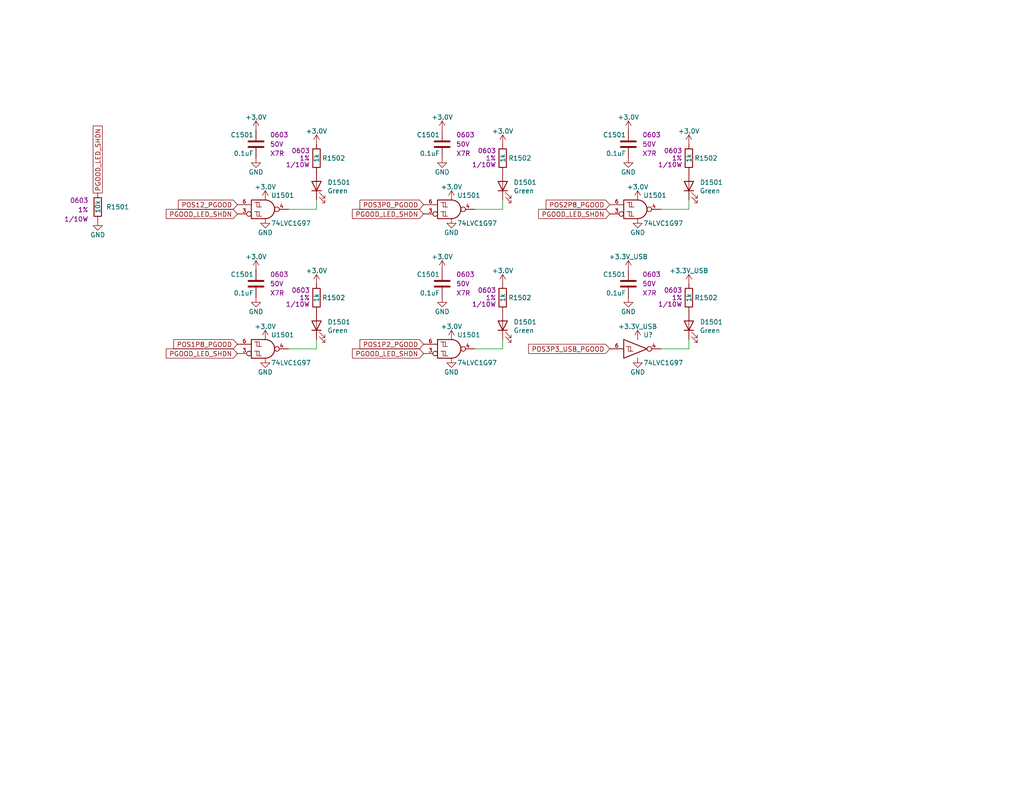
<source format=kicad_sch>
(kicad_sch (version 20230121) (generator eeschema)
  (paper "A")
  (title_block (title "Thermal Camera") (date "2023-12-07") (rev "PRELIM") (company "Drew Maatman and Michael Laffin"))
  (lib_symbols
    (symbol "Custom Library:+3.0V" (power) (pin_names (offset 0))
      (property "Value" "+3.0V" (at 0 3.556 0))
      (symbol "+3.0V_0_1"
        (polyline (pts (xy -0.762 1.27) (xy 0 2.54)))
        (polyline (pts (xy 0 0) (xy 0 2.54)))
        (polyline (pts (xy 0 2.54) (xy 0.762 1.27)))
      )
      (symbol "+3.0V_1_1"
        (pin power_in line (at 0 0 90) (length 0) hide (name "+3.0V") (number "1"))
      )
    )
    (symbol "Custom Library:+3.3V_USB" (power) (pin_names (offset 0))
      (property "Value" "+3.3V_USB" (at 0 3.556 0))
      (symbol "+3.3V_USB_0_1"
        (polyline (pts (xy -0.762 1.27) (xy 0 2.54)))
        (polyline (pts (xy 0 0) (xy 0 2.54)))
        (polyline (pts (xy 0 2.54) (xy 0.762 1.27)))
      )
      (symbol "+3.3V_USB_1_1"
        (pin power_in line (at 0 0 90) (length 0) hide (name "+3.3V_USB") (number "1"))
      )
    )
    (symbol "Custom Library:74LVC1G97_Power_NOT" (pin_names (offset 1.016) hide)
      (property "Reference" "U" (at 1.524 3.81 0))
      (property "Value" "74LVC1G97_Power_NOT" (at 1.524 -3.81 0))
      (symbol "74LVC1G97_Power_NOT_1_1"
        (polyline (pts (xy -2.54 0.635) (xy -1.905 0.635) (xy -1.905 -0.635)))
        (polyline (pts (xy -3.81 2.54) (xy -3.81 -2.54) (xy 2.54 0) (xy -3.81 2.54)) (stroke (width 0.254)))
        (polyline (pts (xy -3.175 0.635) (xy -2.54 0.635) (xy -2.54 -0.635) (xy -1.27 -0.635)))
        (pin power_in line (at 0 2.54 90) (length 0) (name "VCC") (number "1"))
        (pin power_in line (at 0 -2.54 270) (length 0) (name "GND") (number "2"))
        (pin power_in line (at 0 -2.54 270) (length 0) (name "GND") (number "3"))
        (pin output inverted (at 6.35 0 180) (length 3.81) (name "~") (number "4"))
        (pin power_in line (at 0 2.54 90) (length 0) (name "VCC") (number "5"))
        (pin input line (at -7.62 0 0) (length 3.81) (name "~") (number "6"))
      )
    )
    (symbol "Custom_Library:74LVC1G97_Power_NAND_INV" (pin_names (offset 1.016) hide)
      (property "Reference" "U" (at 1.524 3.81 0))
      (property "Value" "Custom_Library_74LVC1G97_Power_NAND_INV" (at 1.524 -3.81 0))
      (symbol "74LVC1G97_Power_NAND_INV_1_1"
        (arc (start 0 -2.54) (mid 2.529 0) (end 0 2.54) (stroke (width 0.254)))
        (polyline (pts (xy -2.286 -0.635) (xy -1.651 -0.635) (xy -1.651 -1.905)))
        (polyline (pts (xy -2.286 1.905) (xy -1.651 1.905) (xy -1.651 0.635)))
        (polyline (pts (xy -2.921 -0.635) (xy -2.286 -0.635) (xy -2.286 -1.905) (xy -1.016 -1.905)))
        (polyline (pts (xy -2.921 1.905) (xy -2.286 1.905) (xy -2.286 0.635) (xy -1.016 0.635)))
        (polyline (pts (xy 0 -2.54) (xy -3.81 -2.54) (xy -3.81 2.54) (xy 0 2.54)) (stroke (width 0.254)))
        (pin power_in line (at 0 2.54 90) (length 0) (name "VCC") (number "1"))
        (pin power_in line (at 0 -2.54 270) (length 0) (name "GND") (number "2"))
        (pin input inverted (at -7.62 -1.27 0) (length 3.81) (name "~") (number "3"))
        (pin output inverted (at 6.35 0 180) (length 3.81) (name "~") (number "4"))
        (pin power_in line (at 0 2.54 90) (length 0) (name "VCC") (number "5"))
        (pin input line (at -7.62 1.27 0) (length 3.81) (name "~") (number "6"))
      )
    )
    (symbol "Custom_Library:C_Custom" (pin_numbers hide) (pin_names (offset 0.254))
      (property "Reference" "C" (at 0.635 2.54 0))
      (property "Value" "Custom_Library_C_Custom" (at 0.635 -2.54 0))
      (property "display_footprint" "Foot" (at -3.81 2.54 0))
      (property "Voltage" "V" (at -3.81 0 0))
      (property "Dielectric" "Er" (at -3.81 -2.54 0))
      (symbol "C_Custom_0_1"
        (polyline (pts (xy -2.032 -0.762) (xy 2.032 -0.762)) (stroke (width 0.508)))
        (polyline (pts (xy -2.032 0.762) (xy 2.032 0.762)) (stroke (width 0.508)))
      )
      (symbol "C_Custom_1_1"
        (pin passive line (at 0 3.81 270) (length 2.794) (name "~") (number "1"))
        (pin passive line (at 0 -3.81 90) (length 2.794) (name "~") (number "2"))
      )
    )
    (symbol "Custom_Library:R_Custom" (pin_numbers hide) (pin_names (offset 1.016) hide)
      (property "Reference" "R" (at -2.54 0 90))
      (property "Value" "Custom_Library_R_Custom" (at 0 0 90))
      (property "display_footprint" "Foot" (at 2.54 0 90))
      (property "Tolerance" "Tol" (at 5.08 0 90))
      (property "Wattage" "W" (at 7.62 0 90))
      (symbol "R_Custom_0_1"
        (rectangle (start 1.016 2.54) (end -1.016 -2.54) (stroke (width 0.254)))
      )
      (symbol "R_Custom_1_1"
        (pin passive line (at 0 3.81 270) (length 1.27) (name "1") (number "1"))
        (pin passive line (at 0 -3.81 90) (length 1.27) (name "2") (number "2"))
      )
    )
    (symbol "Device:LED" (pin_numbers hide) (pin_names (offset 1.016) hide)
      (property "Reference" "D" (at 0 2.54 0))
      (property "Value" "LED" (at 0 -2.54 0))
      (symbol "LED_0_1"
        (polyline (pts (xy -1.27 -1.27) (xy -1.27 1.27)) (stroke (width 0.254)))
        (polyline (pts (xy -1.27 0) (xy 1.27 0)))
        (polyline (pts (xy 1.27 -1.27) (xy 1.27 1.27) (xy -1.27 0) (xy 1.27 -1.27)) (stroke (width 0.254)))
        (polyline (pts (xy -3.048 -0.762) (xy -4.572 -2.286) (xy -3.81 -2.286) (xy -4.572 -2.286) (xy -4.572 -1.524)))
        (polyline (pts (xy -1.778 -0.762) (xy -3.302 -2.286) (xy -2.54 -2.286) (xy -3.302 -2.286) (xy -3.302 -1.524)))
      )
      (symbol "LED_1_1"
        (pin passive line (at -3.81 0 0) (length 2.54) (name "K") (number "1"))
        (pin passive line (at 3.81 0 180) (length 2.54) (name "A") (number "2"))
      )
    )
    (symbol "power:GND" (power) (pin_names (offset 0))
      (property "Value" "GND" (at 0 -3.81 0))
      (symbol "GND_0_1"
        (polyline (pts (xy 0 0) (xy 0 -1.27) (xy 1.27 -1.27) (xy 0 -2.54) (xy -1.27 -1.27) (xy 0 -1.27)))
      )
      (symbol "GND_1_1"
        (pin power_in line (at 0 0 270) (length 0) hide (name "GND") (number "1"))
      )
    )
  )
  (wire (pts (xy 86.36 95.25) (xy 86.36 92.71)))
  (wire (pts (xy 129.54 95.25) (xy 137.16 95.25)))
  (wire (pts (xy 78.74 57.15) (xy 86.36 57.15)))
  (wire (pts (xy 180.34 95.25) (xy 187.96 95.25)))
  (wire (pts (xy 129.54 57.15) (xy 137.16 57.15)))
  (wire (pts (xy 180.34 57.15) (xy 187.96 57.15)))
  (wire (pts (xy 187.96 95.25) (xy 187.96 92.71)))
  (wire (pts (xy 137.16 95.25) (xy 137.16 92.71)))
  (wire (pts (xy 137.16 57.15) (xy 137.16 54.61)))
  (wire (pts (xy 86.36 57.15) (xy 86.36 54.61)))
  (wire (pts (xy 78.74 95.25) (xy 86.36 95.25)))
  (wire (pts (xy 187.96 57.15) (xy 187.96 54.61)))
  (global_label "PGOOD_LED_SHDN" (shape input) (at 64.77 58.42 180) (property "Intersheetrefs" "${INTERSHEET_REFS}" (effects hide)))
  (global_label "PGOOD_LED_SHDN" (shape input) (at 64.77 96.52 180) (property "Intersheetrefs" "${INTERSHEET_REFS}" (effects hide)))
  (global_label "PGOOD_LED_SHDN" (shape passive) (at 26.67 52.705 90) (property "Intersheetrefs" "${INTERSHEET_REFS}" (effects hide)))
  (global_label "POS1P2_PGOOD" (shape input) (at 115.57 93.98 180) (property "Intersheetrefs" "${INTERSHEET_REFS}" (effects hide)))
  (global_label "POS3P0_PGOOD" (shape input) (at 115.57 55.88 180) (property "Intersheetrefs" "${INTERSHEET_REFS}" (effects hide)))
  (global_label "POS3P3_USB_PGOOD" (shape input) (at 166.37 95.25 180) (property "Intersheetrefs" "${INTERSHEET_REFS}" (effects hide)))
  (global_label "PGOOD_LED_SHDN" (shape input) (at 166.37 58.42 180) (property "Intersheetrefs" "${INTERSHEET_REFS}" (effects hide)))
  (global_label "POS12_PGOOD" (shape input) (at 64.77 55.88 180) (property "Intersheetrefs" "${INTERSHEET_REFS}" (effects hide)))
  (global_label "POS2P8_PGOOD" (shape input) (at 166.37 55.88 180) (property "Intersheetrefs" "${INTERSHEET_REFS}" (effects hide)))
  (global_label "PGOOD_LED_SHDN" (shape input) (at 115.57 96.52 180) (property "Intersheetrefs" "${INTERSHEET_REFS}" (effects hide)))
  (global_label "PGOOD_LED_SHDN" (shape input) (at 115.57 58.42 180) (property "Intersheetrefs" "${INTERSHEET_REFS}" (effects hide)))
  (global_label "POS1P8_PGOOD" (shape input) (at 64.77 93.98 180) (property "Intersheetrefs" "${INTERSHEET_REFS}" (effects hide)))
  (symbol (lib_id "power:GND") (at 120.65 43.18 0) (unit 1)
    (property "Reference" "#PWR01508" (effects hide))
    (property "Value" "GND" (at 120.65 46.99 0))
    (instances (project "Nixie_Clock_Core" (path "" (reference "#PWR01508") (unit 1))) (project "LED_Panel_Controller" (path "" (reference "#PWR?") (unit 1)) (path "" (reference "#PWR?") (unit 1)) (path "" (reference "#PWR?") (unit 1)) (path "" (reference "#PWR?") (unit 1))) (project "Thermal_Camera" (path "" (reference "#PWR02715") (unit 1))))
  )
  (symbol (lib_id "power:GND") (at 173.99 59.69 0) (unit 1)
    (property "Reference" "#PWR01512" (effects hide))
    (property "Value" "GND" (at 173.99 63.5 0))
    (instances (project "Nixie_Clock_Core" (path "" (reference "#PWR01512") (unit 1))) (project "LED_Panel_Controller" (path "" (reference "#PWR?") (unit 1)) (path "" (reference "#PWR?") (unit 1)) (path "" (reference "#PWR?") (unit 1)) (path "" (reference "#PWR?") (unit 1))) (project "Thermal_Camera" (path "" (reference "#PWR02722") (unit 1))))
  )
  (symbol (lib_id "Custom_Library:R_Custom") (at 187.96 43.18 0) (mirror y) (unit 1)
    (property "Reference" "R1502" (at 189.484 43.18 0) (effects (justify right)))
    (property "Value" "1k" (at 187.96 43.18 90))
    (property "Footprint" "Resistors_SMD:R_0603" (effects hide))
    (property "display_footprint" "0603" (at 186.182 41.148 0) (effects (justify left)))
    (property "Tolerance" "1%" (at 186.182 43.18 0) (effects (justify left)))
    (property "Wattage" "1/10W" (at 186.182 44.958 0) (effects (justify left)))
    (property "Digi-Key PN" "541-1.00KHCT-ND" (effects hide))
    (instances (project "Nixie_Clock_Core" (path "" (reference "R1502") (unit 1))) (project "LED_Panel_Controller" (path "" (reference "R?") (unit 1)) (path "" (reference "R?") (unit 1)) (path "" (reference "R?") (unit 1)) (path "" (reference "R?") (unit 1)) (path "" (reference "R?") (unit 1)) (path "" (reference "R?") (unit 1)) (path "" (reference "R?") (unit 1)) (path "" (reference "R?") (unit 1)) (path "" (reference "R?") (unit 1)) (path "" (reference "R?") (unit 1))) (project "Thermal_Camera" (path "" (reference "R?") (unit 1))))
  )
  (symbol (lib_id "Custom_Library:74LVC1G97_Power_NAND_INV") (at 72.39 95.25 0) (unit 1)
    (property "Reference" "U1501" (at 73.914 91.44 0) (effects (justify left)))
    (property "Value" "74LVC1G97" (at 73.914 99.06 0) (effects (justify left)))
    (property "Footprint" "Package_TO_SOT_SMD:SOT-363_SC-70-6" (effects hide))
    (property "Datasheet" "http://www.ti.com/lit/ds/symlink/sn74lvc1g97.pdf" (effects hide))
    (property "Digi-Key PN" "296-15582-1-ND" (effects hide))
    (instances (project "Nixie_Clock_Core" (path "" (reference "U1501") (unit 1))) (project "LED_Panel_Controller" (path "" (reference "U?") (unit 1))) (project "Thermal_Camera" (path "" (reference "U?") (unit 1))))
  )
  (symbol (lib_id "power:GND") (at 171.45 81.28 0) (unit 1)
    (property "Reference" "#PWR01508" (effects hide))
    (property "Value" "GND" (at 171.45 85.09 0))
    (instances (project "Nixie_Clock_Core" (path "" (reference "#PWR01508") (unit 1))) (project "LED_Panel_Controller" (path "" (reference "#PWR?") (unit 1)) (path "" (reference "#PWR?") (unit 1)) (path "" (reference "#PWR?") (unit 1)) (path "" (reference "#PWR?") (unit 1))) (project "Thermal_Camera" (path "" (reference "#PWR02735") (unit 1))))
  )
  (symbol (lib_id "Custom Library:74LVC1G97_Power_NOT") (at 173.99 95.25 0) (unit 1)
    (property "Reference" "U?" (at 175.514 91.44 0) (effects (justify left)))
    (property "Value" "74LVC1G97" (at 175.514 99.06 0) (effects (justify left)))
    (property "Footprint" "Package_TO_SOT_SMD:SOT-363_SC-70-6" (effects hide))
    (property "Datasheet" "http://www.ti.com/lit/ds/symlink/sn74lvc1g97.pdf" (effects hide))
  )
  (symbol (lib_id "Custom_Library:R_Custom") (at 137.16 81.28 0) (mirror y) (unit 1)
    (property "Reference" "R1502" (at 138.684 81.28 0) (effects (justify right)))
    (property "Value" "1k" (at 137.16 81.28 90))
    (property "Footprint" "Resistors_SMD:R_0603" (effects hide))
    (property "display_footprint" "0603" (at 135.382 79.248 0) (effects (justify left)))
    (property "Tolerance" "1%" (at 135.382 81.28 0) (effects (justify left)))
    (property "Wattage" "1/10W" (at 135.382 83.058 0) (effects (justify left)))
    (property "Digi-Key PN" "541-1.00KHCT-ND" (effects hide))
    (instances (project "Nixie_Clock_Core" (path "" (reference "R1502") (unit 1))) (project "LED_Panel_Controller" (path "" (reference "R?") (unit 1)) (path "" (reference "R?") (unit 1)) (path "" (reference "R?") (unit 1)) (path "" (reference "R?") (unit 1)) (path "" (reference "R?") (unit 1)) (path "" (reference "R?") (unit 1)) (path "" (reference "R?") (unit 1)) (path "" (reference "R?") (unit 1)) (path "" (reference "R?") (unit 1)) (path "" (reference "R?") (unit 1))) (project "Thermal_Camera" (path "" (reference "R?") (unit 1))))
  )
  (symbol (lib_id "Custom Library:+3.0V") (at 72.39 54.61 0) (unit 1)
    (property "Reference" "#PWR02603" (effects hide))
    (property "Value" "+3.0V" (at 72.39 51.054 0))
  )
  (symbol (lib_id "Custom_Library:C_Custom") (at 120.65 39.37 0) (mirror y) (unit 1)
    (property "Reference" "C1501" (at 120.015 36.83 0) (effects (justify left)))
    (property "Value" "0.1uF" (at 120.015 41.91 0) (effects (justify left)))
    (property "Footprint" "Capacitors_SMD:C_0603" (effects hide))
    (property "Digi-Key PN" "1276-1935-1-ND" (effects hide))
    (property "display_footprint" "0603" (at 124.46 36.83 0) (effects (justify right)))
    (property "Voltage" "50V" (at 124.46 39.37 0) (effects (justify right)))
    (property "Dielectric" "X7R" (at 124.46 41.91 0) (effects (justify right)))
    (instances (project "Nixie_Clock_Core" (path "" (reference "C1501") (unit 1))) (project "LED_Panel_Controller" (path "" (reference "C?") (unit 1)) (path "" (reference "C?") (unit 1)) (path "" (reference "C?") (unit 1)) (path "" (reference "C?") (unit 1)) (path "" (reference "C?") (unit 1)) (path "" (reference "C?") (unit 1)) (path "" (reference "C?") (unit 1)) (path "" (reference "C?") (unit 1))) (project "Thermal_Camera" (path "" (reference "C?") (unit 1))))
  )
  (symbol (lib_id "Device:LED") (at 137.16 88.9 90) (unit 1)
    (property "Reference" "D1501" (at 140.1318 87.9094 90) (effects (justify right)))
    (property "Value" "Green" (at 140.1318 90.2208 90) (effects (justify right)))
    (property "Footprint" "LEDs:LED_0603" (effects hide))
    (property "Digi-Key PN" "754-1121-1-ND" (effects hide))
    (instances (project "Nixie_Clock_Core" (path "" (reference "D1501") (unit 1))) (project "LED_Panel_Controller" (path "" (reference "D?") (unit 1)) (path "" (reference "D?") (unit 1)) (path "" (reference "D?") (unit 1)) (path "" (reference "D?") (unit 1)) (path "" (reference "D?") (unit 1)) (path "" (reference "D?") (unit 1)) (path "" (reference "D?") (unit 1)) (path "" (reference "D?") (unit 1))) (project "Thermal_Camera" (path "" (reference "D?") (unit 1))))
  )
  (symbol (lib_id "Custom_Library:R_Custom") (at 86.36 81.28 0) (mirror y) (unit 1)
    (property "Reference" "R1502" (at 87.884 81.28 0) (effects (justify right)))
    (property "Value" "1k" (at 86.36 81.28 90))
    (property "Footprint" "Resistors_SMD:R_0603" (effects hide))
    (property "display_footprint" "0603" (at 84.582 79.248 0) (effects (justify left)))
    (property "Tolerance" "1%" (at 84.582 81.28 0) (effects (justify left)))
    (property "Wattage" "1/10W" (at 84.582 83.058 0) (effects (justify left)))
    (property "Digi-Key PN" "541-1.00KHCT-ND" (effects hide))
    (instances (project "Nixie_Clock_Core" (path "" (reference "R1502") (unit 1))) (project "LED_Panel_Controller" (path "" (reference "R?") (unit 1)) (path "" (reference "R?") (unit 1)) (path "" (reference "R?") (unit 1)) (path "" (reference "R?") (unit 1)) (path "" (reference "R?") (unit 1)) (path "" (reference "R?") (unit 1)) (path "" (reference "R?") (unit 1)) (path "" (reference "R?") (unit 1)) (path "" (reference "R?") (unit 1)) (path "" (reference "R?") (unit 1))) (project "Thermal_Camera" (path "" (reference "R?") (unit 1))))
  )
  (symbol (lib_id "Custom_Library:C_Custom") (at 120.65 77.47 0) (mirror y) (unit 1)
    (property "Reference" "C1501" (at 120.015 74.93 0) (effects (justify left)))
    (property "Value" "0.1uF" (at 120.015 80.01 0) (effects (justify left)))
    (property "Footprint" "Capacitors_SMD:C_0603" (effects hide))
    (property "Digi-Key PN" "1276-1935-1-ND" (effects hide))
    (property "display_footprint" "0603" (at 124.46 74.93 0) (effects (justify right)))
    (property "Voltage" "50V" (at 124.46 77.47 0) (effects (justify right)))
    (property "Dielectric" "X7R" (at 124.46 80.01 0) (effects (justify right)))
    (instances (project "Nixie_Clock_Core" (path "" (reference "C1501") (unit 1))) (project "LED_Panel_Controller" (path "" (reference "C?") (unit 1)) (path "" (reference "C?") (unit 1)) (path "" (reference "C?") (unit 1)) (path "" (reference "C?") (unit 1)) (path "" (reference "C?") (unit 1)) (path "" (reference "C?") (unit 1)) (path "" (reference "C?") (unit 1)) (path "" (reference "C?") (unit 1))) (project "Thermal_Camera" (path "" (reference "C?") (unit 1))))
  )
  (symbol (lib_id "Device:LED") (at 187.96 50.8 90) (unit 1)
    (property "Reference" "D1501" (at 190.9318 49.8094 90) (effects (justify right)))
    (property "Value" "Green" (at 190.9318 52.1208 90) (effects (justify right)))
    (property "Footprint" "LEDs:LED_0603" (effects hide))
    (property "Digi-Key PN" "754-1121-1-ND" (effects hide))
    (instances (project "Nixie_Clock_Core" (path "" (reference "D1501") (unit 1))) (project "LED_Panel_Controller" (path "" (reference "D?") (unit 1)) (path "" (reference "D?") (unit 1)) (path "" (reference "D?") (unit 1)) (path "" (reference "D?") (unit 1)) (path "" (reference "D?") (unit 1)) (path "" (reference "D?") (unit 1)) (path "" (reference "D?") (unit 1)) (path "" (reference "D?") (unit 1))) (project "Thermal_Camera" (path "" (reference "D?") (unit 1))))
  )
  (symbol (lib_id "power:GND") (at 120.65 81.28 0) (unit 1)
    (property "Reference" "#PWR01508" (effects hide))
    (property "Value" "GND" (at 120.65 85.09 0))
    (instances (project "Nixie_Clock_Core" (path "" (reference "#PWR01508") (unit 1))) (project "LED_Panel_Controller" (path "" (reference "#PWR?") (unit 1)) (path "" (reference "#PWR?") (unit 1)) (path "" (reference "#PWR?") (unit 1)) (path "" (reference "#PWR?") (unit 1))) (project "Thermal_Camera" (path "" (reference "#PWR02730") (unit 1))))
  )
  (symbol (lib_id "Custom Library:+3.0V") (at 86.36 39.37 0) (unit 1)
    (property "Reference" "#PWR02602" (effects hide))
    (property "Value" "+3.0V" (at 86.36 35.814 0))
  )
  (symbol (lib_id "Custom_Library:R_Custom") (at 187.96 81.28 0) (mirror y) (unit 1)
    (property "Reference" "R1502" (at 189.484 81.28 0) (effects (justify right)))
    (property "Value" "1k" (at 187.96 81.28 90))
    (property "Footprint" "Resistors_SMD:R_0603" (effects hide))
    (property "display_footprint" "0603" (at 186.182 79.248 0) (effects (justify left)))
    (property "Tolerance" "1%" (at 186.182 81.28 0) (effects (justify left)))
    (property "Wattage" "1/10W" (at 186.182 83.058 0) (effects (justify left)))
    (property "Digi-Key PN" "541-1.00KHCT-ND" (effects hide))
    (instances (project "Nixie_Clock_Core" (path "" (reference "R1502") (unit 1))) (project "LED_Panel_Controller" (path "" (reference "R?") (unit 1)) (path "" (reference "R?") (unit 1)) (path "" (reference "R?") (unit 1)) (path "" (reference "R?") (unit 1)) (path "" (reference "R?") (unit 1)) (path "" (reference "R?") (unit 1)) (path "" (reference "R?") (unit 1)) (path "" (reference "R?") (unit 1)) (path "" (reference "R?") (unit 1)) (path "" (reference "R?") (unit 1))) (project "Thermal_Camera" (path "" (reference "R?") (unit 1))))
  )
  (symbol (lib_id "Custom Library:+3.0V") (at 187.96 39.37 0) (unit 1)
    (property "Reference" "#PWR02723" (effects hide))
    (property "Value" "+3.0V" (at 187.96 35.814 0))
  )
  (symbol (lib_id "Custom Library:+3.0V") (at 123.19 54.61 0) (unit 1)
    (property "Reference" "#PWR02716" (effects hide))
    (property "Value" "+3.0V" (at 123.19 51.054 0))
  )
  (symbol (lib_id "Custom Library:+3.3V_USB") (at 171.45 73.66 0) (unit 1)
    (property "Reference" "#PWR02734" (effects hide))
    (property "Value" "+3.3V_USB" (at 171.45 70.104 0))
  )
  (symbol (lib_id "power:GND") (at 171.45 43.18 0) (unit 1)
    (property "Reference" "#PWR01508" (effects hide))
    (property "Value" "GND" (at 171.45 46.99 0))
    (instances (project "Nixie_Clock_Core" (path "" (reference "#PWR01508") (unit 1))) (project "LED_Panel_Controller" (path "" (reference "#PWR?") (unit 1)) (path "" (reference "#PWR?") (unit 1)) (path "" (reference "#PWR?") (unit 1)) (path "" (reference "#PWR?") (unit 1))) (project "Thermal_Camera" (path "" (reference "#PWR02720") (unit 1))))
  )
  (symbol (lib_id "Custom_Library:74LVC1G97_Power_NAND_INV") (at 173.99 57.15 0) (unit 1)
    (property "Reference" "U1501" (at 175.514 53.34 0) (effects (justify left)))
    (property "Value" "74LVC1G97" (at 175.514 60.96 0) (effects (justify left)))
    (property "Footprint" "Package_TO_SOT_SMD:SOT-363_SC-70-6" (effects hide))
    (property "Datasheet" "http://www.ti.com/lit/ds/symlink/sn74lvc1g97.pdf" (effects hide))
    (property "Digi-Key PN" "296-15582-1-ND" (effects hide))
    (instances (project "Nixie_Clock_Core" (path "" (reference "U1501") (unit 1))) (project "LED_Panel_Controller" (path "" (reference "U?") (unit 1))) (project "Thermal_Camera" (path "" (reference "U?") (unit 1))))
  )
  (symbol (lib_id "Custom Library:+3.0V") (at 69.85 73.66 0) (unit 1)
    (property "Reference" "#PWR02724" (effects hide))
    (property "Value" "+3.0V" (at 69.85 70.104 0))
  )
  (symbol (lib_id "Custom_Library:C_Custom") (at 171.45 77.47 0) (mirror y) (unit 1)
    (property "Reference" "C1501" (at 170.815 74.93 0) (effects (justify left)))
    (property "Value" "0.1uF" (at 170.815 80.01 0) (effects (justify left)))
    (property "Footprint" "Capacitors_SMD:C_0603" (effects hide))
    (property "Digi-Key PN" "1276-1935-1-ND" (effects hide))
    (property "display_footprint" "0603" (at 175.26 74.93 0) (effects (justify right)))
    (property "Voltage" "50V" (at 175.26 77.47 0) (effects (justify right)))
    (property "Dielectric" "X7R" (at 175.26 80.01 0) (effects (justify right)))
    (instances (project "Nixie_Clock_Core" (path "" (reference "C1501") (unit 1))) (project "LED_Panel_Controller" (path "" (reference "C?") (unit 1)) (path "" (reference "C?") (unit 1)) (path "" (reference "C?") (unit 1)) (path "" (reference "C?") (unit 1)) (path "" (reference "C?") (unit 1)) (path "" (reference "C?") (unit 1)) (path "" (reference "C?") (unit 1)) (path "" (reference "C?") (unit 1))) (project "Thermal_Camera" (path "" (reference "C?") (unit 1))))
  )
  (symbol (lib_id "Custom_Library:R_Custom") (at 137.16 43.18 0) (mirror y) (unit 1)
    (property "Reference" "R1502" (at 138.684 43.18 0) (effects (justify right)))
    (property "Value" "1k" (at 137.16 43.18 90))
    (property "Footprint" "Resistors_SMD:R_0603" (effects hide))
    (property "display_footprint" "0603" (at 135.382 41.148 0) (effects (justify left)))
    (property "Tolerance" "1%" (at 135.382 43.18 0) (effects (justify left)))
    (property "Wattage" "1/10W" (at 135.382 44.958 0) (effects (justify left)))
    (property "Digi-Key PN" "541-1.00KHCT-ND" (effects hide))
    (instances (project "Nixie_Clock_Core" (path "" (reference "R1502") (unit 1))) (project "LED_Panel_Controller" (path "" (reference "R?") (unit 1)) (path "" (reference "R?") (unit 1)) (path "" (reference "R?") (unit 1)) (path "" (reference "R?") (unit 1)) (path "" (reference "R?") (unit 1)) (path "" (reference "R?") (unit 1)) (path "" (reference "R?") (unit 1)) (path "" (reference "R?") (unit 1)) (path "" (reference "R?") (unit 1)) (path "" (reference "R?") (unit 1))) (project "Thermal_Camera" (path "" (reference "R?") (unit 1))))
  )
  (symbol (lib_id "Device:LED") (at 187.96 88.9 90) (unit 1)
    (property "Reference" "D1501" (at 190.9318 87.9094 90) (effects (justify right)))
    (property "Value" "Green" (at 190.9318 90.2208 90) (effects (justify right)))
    (property "Footprint" "LEDs:LED_0603" (effects hide))
    (property "Digi-Key PN" "754-1121-1-ND" (effects hide))
    (instances (project "Nixie_Clock_Core" (path "" (reference "D1501") (unit 1))) (project "LED_Panel_Controller" (path "" (reference "D?") (unit 1)) (path "" (reference "D?") (unit 1)) (path "" (reference "D?") (unit 1)) (path "" (reference "D?") (unit 1)) (path "" (reference "D?") (unit 1)) (path "" (reference "D?") (unit 1)) (path "" (reference "D?") (unit 1)) (path "" (reference "D?") (unit 1))) (project "Thermal_Camera" (path "" (reference "D?") (unit 1))))
  )
  (symbol (lib_id "power:GND") (at 69.85 81.28 0) (unit 1)
    (property "Reference" "#PWR01508" (effects hide))
    (property "Value" "GND" (at 69.85 85.09 0))
    (instances (project "Nixie_Clock_Core" (path "" (reference "#PWR01508") (unit 1))) (project "LED_Panel_Controller" (path "" (reference "#PWR?") (unit 1)) (path "" (reference "#PWR?") (unit 1)) (path "" (reference "#PWR?") (unit 1)) (path "" (reference "#PWR?") (unit 1))) (project "Thermal_Camera" (path "" (reference "#PWR02725") (unit 1))))
  )
  (symbol (lib_id "Custom Library:+3.0V") (at 120.65 73.66 0) (unit 1)
    (property "Reference" "#PWR02729" (effects hide))
    (property "Value" "+3.0V" (at 120.65 70.104 0))
  )
  (symbol (lib_id "Custom Library:+3.3V_USB") (at 173.99 92.71 0) (unit 1)
    (property "Reference" "#PWR02738" (effects hide))
    (property "Value" "+3.3V_USB" (at 173.99 89.154 0))
  )
  (symbol (lib_id "Custom Library:+3.3V_USB") (at 187.96 77.47 0) (unit 1)
    (property "Reference" "#PWR02736" (effects hide))
    (property "Value" "+3.3V_USB" (at 187.96 73.914 0))
  )
  (symbol (lib_id "Custom_Library:C_Custom") (at 171.45 39.37 0) (mirror y) (unit 1)
    (property "Reference" "C1501" (at 170.815 36.83 0) (effects (justify left)))
    (property "Value" "0.1uF" (at 170.815 41.91 0) (effects (justify left)))
    (property "Footprint" "Capacitors_SMD:C_0603" (effects hide))
    (property "Digi-Key PN" "1276-1935-1-ND" (effects hide))
    (property "display_footprint" "0603" (at 175.26 36.83 0) (effects (justify right)))
    (property "Voltage" "50V" (at 175.26 39.37 0) (effects (justify right)))
    (property "Dielectric" "X7R" (at 175.26 41.91 0) (effects (justify right)))
    (instances (project "Nixie_Clock_Core" (path "" (reference "C1501") (unit 1))) (project "LED_Panel_Controller" (path "" (reference "C?") (unit 1)) (path "" (reference "C?") (unit 1)) (path "" (reference "C?") (unit 1)) (path "" (reference "C?") (unit 1)) (path "" (reference "C?") (unit 1)) (path "" (reference "C?") (unit 1)) (path "" (reference "C?") (unit 1)) (path "" (reference "C?") (unit 1))) (project "Thermal_Camera" (path "" (reference "C?") (unit 1))))
  )
  (symbol (lib_id "Custom Library:+3.0V") (at 86.36 77.47 0) (unit 1)
    (property "Reference" "#PWR02728" (effects hide))
    (property "Value" "+3.0V" (at 86.36 73.914 0))
  )
  (symbol (lib_id "Custom_Library:C_Custom") (at 69.85 77.47 0) (mirror y) (unit 1)
    (property "Reference" "C1501" (at 69.215 74.93 0) (effects (justify left)))
    (property "Value" "0.1uF" (at 69.215 80.01 0) (effects (justify left)))
    (property "Footprint" "Capacitors_SMD:C_0603" (effects hide))
    (property "Digi-Key PN" "1276-1935-1-ND" (effects hide))
    (property "display_footprint" "0603" (at 73.66 74.93 0) (effects (justify right)))
    (property "Voltage" "50V" (at 73.66 77.47 0) (effects (justify right)))
    (property "Dielectric" "X7R" (at 73.66 80.01 0) (effects (justify right)))
    (instances (project "Nixie_Clock_Core" (path "" (reference "C1501") (unit 1))) (project "LED_Panel_Controller" (path "" (reference "C?") (unit 1)) (path "" (reference "C?") (unit 1)) (path "" (reference "C?") (unit 1)) (path "" (reference "C?") (unit 1)) (path "" (reference "C?") (unit 1)) (path "" (reference "C?") (unit 1)) (path "" (reference "C?") (unit 1)) (path "" (reference "C?") (unit 1))) (project "Thermal_Camera" (path "" (reference "C?") (unit 1))))
  )
  (symbol (lib_id "Custom Library:+3.0V") (at 123.19 92.71 0) (unit 1)
    (property "Reference" "#PWR02731" (effects hide))
    (property "Value" "+3.0V" (at 123.19 89.154 0))
  )
  (symbol (lib_id "Custom Library:+3.0V") (at 137.16 39.37 0) (unit 1)
    (property "Reference" "#PWR02718" (effects hide))
    (property "Value" "+3.0V" (at 137.16 35.814 0))
  )
  (symbol (lib_id "Custom Library:+3.0V") (at 171.45 35.56 0) (unit 1)
    (property "Reference" "#PWR02719" (effects hide))
    (property "Value" "+3.0V" (at 171.45 32.004 0))
  )
  (symbol (lib_id "power:GND") (at 69.85 43.18 0) (unit 1)
    (property "Reference" "#PWR01508" (effects hide))
    (property "Value" "GND" (at 69.85 46.99 0))
    (instances (project "Nixie_Clock_Core" (path "" (reference "#PWR01508") (unit 1))) (project "LED_Panel_Controller" (path "" (reference "#PWR?") (unit 1)) (path "" (reference "#PWR?") (unit 1)) (path "" (reference "#PWR?") (unit 1)) (path "" (reference "#PWR?") (unit 1))) (project "Thermal_Camera" (path "" (reference "#PWR02003") (unit 1))))
  )
  (symbol (lib_id "Custom Library:+3.0V") (at 137.16 77.47 0) (unit 1)
    (property "Reference" "#PWR02733" (effects hide))
    (property "Value" "+3.0V" (at 137.16 73.914 0))
  )
  (symbol (lib_id "Custom Library:+3.0V") (at 173.99 54.61 0) (unit 1)
    (property "Reference" "#PWR02721" (effects hide))
    (property "Value" "+3.0V" (at 173.99 51.054 0))
  )
  (symbol (lib_id "power:GND") (at 26.67 60.325 0) (unit 1)
    (property "Reference" "#PWR01506" (effects hide))
    (property "Value" "GND" (at 26.67 64.135 0))
    (instances (project "Nixie_Clock_Core" (path "" (reference "#PWR01506") (unit 1))) (project "LED_Panel_Controller" (path "" (reference "#PWR?") (unit 1)) (path "" (reference "#PWR?") (unit 1)) (path "" (reference "#PWR?") (unit 1)) (path "" (reference "#PWR?") (unit 1))) (project "Thermal_Camera" (path "" (reference "#PWR02001") (unit 1))))
  )
  (symbol (lib_id "Device:LED") (at 86.36 88.9 90) (unit 1)
    (property "Reference" "D1501" (at 89.3318 87.9094 90) (effects (justify right)))
    (property "Value" "Green" (at 89.3318 90.2208 90) (effects (justify right)))
    (property "Footprint" "LEDs:LED_0603" (effects hide))
    (property "Digi-Key PN" "754-1121-1-ND" (effects hide))
    (instances (project "Nixie_Clock_Core" (path "" (reference "D1501") (unit 1))) (project "LED_Panel_Controller" (path "" (reference "D?") (unit 1)) (path "" (reference "D?") (unit 1)) (path "" (reference "D?") (unit 1)) (path "" (reference "D?") (unit 1)) (path "" (reference "D?") (unit 1)) (path "" (reference "D?") (unit 1)) (path "" (reference "D?") (unit 1)) (path "" (reference "D?") (unit 1))) (project "Thermal_Camera" (path "" (reference "D?") (unit 1))))
  )
  (symbol (lib_id "power:GND") (at 72.39 59.69 0) (unit 1)
    (property "Reference" "#PWR01512" (effects hide))
    (property "Value" "GND" (at 72.39 63.5 0))
    (instances (project "Nixie_Clock_Core" (path "" (reference "#PWR01512") (unit 1))) (project "LED_Panel_Controller" (path "" (reference "#PWR?") (unit 1)) (path "" (reference "#PWR?") (unit 1)) (path "" (reference "#PWR?") (unit 1)) (path "" (reference "#PWR?") (unit 1))) (project "Thermal_Camera" (path "" (reference "#PWR02007") (unit 1))))
  )
  (symbol (lib_id "Device:LED") (at 137.16 50.8 90) (unit 1)
    (property "Reference" "D1501" (at 140.1318 49.8094 90) (effects (justify right)))
    (property "Value" "Green" (at 140.1318 52.1208 90) (effects (justify right)))
    (property "Footprint" "LEDs:LED_0603" (effects hide))
    (property "Digi-Key PN" "754-1121-1-ND" (effects hide))
    (instances (project "Nixie_Clock_Core" (path "" (reference "D1501") (unit 1))) (project "LED_Panel_Controller" (path "" (reference "D?") (unit 1)) (path "" (reference "D?") (unit 1)) (path "" (reference "D?") (unit 1)) (path "" (reference "D?") (unit 1)) (path "" (reference "D?") (unit 1)) (path "" (reference "D?") (unit 1)) (path "" (reference "D?") (unit 1)) (path "" (reference "D?") (unit 1))) (project "Thermal_Camera" (path "" (reference "D?") (unit 1))))
  )
  (symbol (lib_id "power:GND") (at 123.19 59.69 0) (unit 1)
    (property "Reference" "#PWR01512" (effects hide))
    (property "Value" "GND" (at 123.19 63.5 0))
    (instances (project "Nixie_Clock_Core" (path "" (reference "#PWR01512") (unit 1))) (project "LED_Panel_Controller" (path "" (reference "#PWR?") (unit 1)) (path "" (reference "#PWR?") (unit 1)) (path "" (reference "#PWR?") (unit 1)) (path "" (reference "#PWR?") (unit 1))) (project "Thermal_Camera" (path "" (reference "#PWR02717") (unit 1))))
  )
  (symbol (lib_id "Custom Library:+3.0V") (at 120.65 35.56 0) (unit 1)
    (property "Reference" "#PWR02714" (effects hide))
    (property "Value" "+3.0V" (at 120.65 32.004 0))
  )
  (symbol (lib_id "power:GND") (at 173.99 97.79 0) (unit 1)
    (property "Reference" "#PWR01512" (effects hide))
    (property "Value" "GND" (at 173.99 101.6 0))
    (instances (project "Nixie_Clock_Core" (path "" (reference "#PWR01512") (unit 1))) (project "LED_Panel_Controller" (path "" (reference "#PWR?") (unit 1)) (path "" (reference "#PWR?") (unit 1)) (path "" (reference "#PWR?") (unit 1)) (path "" (reference "#PWR?") (unit 1))) (project "Thermal_Camera" (path "" (reference "#PWR02737") (unit 1))))
  )
  (symbol (lib_id "Custom_Library:R_Custom") (at 26.67 56.515 0) (mirror y) (unit 1)
    (property "Reference" "R1501" (at 28.956 56.515 0) (effects (justify right)))
    (property "Value" "10k" (at 26.67 58.293 90) (effects (justify left)))
    (property "Footprint" "Resistors_SMD:R_0603" (effects hide))
    (property "display_footprint" "0603" (at 24.13 54.737 0) (effects (justify left)))
    (property "Tolerance" "1%" (at 24.13 57.277 0) (effects (justify left)))
    (property "Wattage" "1/10W" (at 24.13 59.817 0) (effects (justify left)))
    (property "Digi-Key PN" "541-10.0KHCT-ND" (effects hide))
    (instances (project "Nixie_Clock_Core" (path "" (reference "R1501") (unit 1))) (project "LED_Panel_Controller" (path "" (reference "R?") (unit 1)) (path "" (reference "R?") (unit 1)) (path "" (reference "R?") (unit 1)) (path "" (reference "R?") (unit 1)) (path "" (reference "R?") (unit 1)) (path "" (reference "R?") (unit 1))) (project "Thermal_Camera" (path "" (reference "R?") (unit 1))))
  )
  (symbol (lib_id "Custom_Library:74LVC1G97_Power_NAND_INV") (at 72.39 57.15 0) (unit 1)
    (property "Reference" "U1501" (at 73.914 53.34 0) (effects (justify left)))
    (property "Value" "74LVC1G97" (at 73.914 60.96 0) (effects (justify left)))
    (property "Footprint" "Package_TO_SOT_SMD:SOT-363_SC-70-6" (effects hide))
    (property "Datasheet" "http://www.ti.com/lit/ds/symlink/sn74lvc1g97.pdf" (effects hide))
    (property "Digi-Key PN" "296-15582-1-ND" (effects hide))
    (instances (project "Nixie_Clock_Core" (path "" (reference "U1501") (unit 1))) (project "LED_Panel_Controller" (path "" (reference "U?") (unit 1))) (project "Thermal_Camera" (path "" (reference "U?") (unit 1))))
  )
  (symbol (lib_id "Custom_Library:C_Custom") (at 69.85 39.37 0) (mirror y) (unit 1)
    (property "Reference" "C1501" (at 69.215 36.83 0) (effects (justify left)))
    (property "Value" "0.1uF" (at 69.215 41.91 0) (effects (justify left)))
    (property "Footprint" "Capacitors_SMD:C_0603" (effects hide))
    (property "Digi-Key PN" "1276-1935-1-ND" (effects hide))
    (property "display_footprint" "0603" (at 73.66 36.83 0) (effects (justify right)))
    (property "Voltage" "50V" (at 73.66 39.37 0) (effects (justify right)))
    (property "Dielectric" "X7R" (at 73.66 41.91 0) (effects (justify right)))
    (instances (project "Nixie_Clock_Core" (path "" (reference "C1501") (unit 1))) (project "LED_Panel_Controller" (path "" (reference "C?") (unit 1)) (path "" (reference "C?") (unit 1)) (path "" (reference "C?") (unit 1)) (path "" (reference "C?") (unit 1)) (path "" (reference "C?") (unit 1)) (path "" (reference "C?") (unit 1)) (path "" (reference "C?") (unit 1)) (path "" (reference "C?") (unit 1))) (project "Thermal_Camera" (path "" (reference "C?") (unit 1))))
  )
  (symbol (lib_id "Custom Library:+3.0V") (at 72.39 92.71 0) (unit 1)
    (property "Reference" "#PWR02726" (effects hide))
    (property "Value" "+3.0V" (at 72.39 89.154 0))
  )
  (symbol (lib_id "Custom_Library:74LVC1G97_Power_NAND_INV") (at 123.19 57.15 0) (unit 1)
    (property "Reference" "U1501" (at 124.714 53.34 0) (effects (justify left)))
    (property "Value" "74LVC1G97" (at 124.714 60.96 0) (effects (justify left)))
    (property "Footprint" "Package_TO_SOT_SMD:SOT-363_SC-70-6" (effects hide))
    (property "Datasheet" "http://www.ti.com/lit/ds/symlink/sn74lvc1g97.pdf" (effects hide))
    (property "Digi-Key PN" "296-15582-1-ND" (effects hide))
    (instances (project "Nixie_Clock_Core" (path "" (reference "U1501") (unit 1))) (project "LED_Panel_Controller" (path "" (reference "U?") (unit 1))) (project "Thermal_Camera" (path "" (reference "U?") (unit 1))))
  )
  (symbol (lib_id "power:GND") (at 72.39 97.79 0) (unit 1)
    (property "Reference" "#PWR01512" (effects hide))
    (property "Value" "GND" (at 72.39 101.6 0))
    (instances (project "Nixie_Clock_Core" (path "" (reference "#PWR01512") (unit 1))) (project "LED_Panel_Controller" (path "" (reference "#PWR?") (unit 1)) (path "" (reference "#PWR?") (unit 1)) (path "" (reference "#PWR?") (unit 1)) (path "" (reference "#PWR?") (unit 1))) (project "Thermal_Camera" (path "" (reference "#PWR02727") (unit 1))))
  )
  (symbol (lib_id "Device:LED") (at 86.36 50.8 90) (unit 1)
    (property "Reference" "D1501" (at 89.3318 49.8094 90) (effects (justify right)))
    (property "Value" "Green" (at 89.3318 52.1208 90) (effects (justify right)))
    (property "Footprint" "LEDs:LED_0603" (effects hide))
    (property "Digi-Key PN" "754-1121-1-ND" (effects hide))
    (instances (project "Nixie_Clock_Core" (path "" (reference "D1501") (unit 1))) (project "LED_Panel_Controller" (path "" (reference "D?") (unit 1)) (path "" (reference "D?") (unit 1)) (path "" (reference "D?") (unit 1)) (path "" (reference "D?") (unit 1)) (path "" (reference "D?") (unit 1)) (path "" (reference "D?") (unit 1)) (path "" (reference "D?") (unit 1)) (path "" (reference "D?") (unit 1))) (project "Thermal_Camera" (path "" (reference "D?") (unit 1))))
  )
  (symbol (lib_id "power:GND") (at 123.19 97.79 0) (unit 1)
    (property "Reference" "#PWR01512" (effects hide))
    (property "Value" "GND" (at 123.19 101.6 0))
    (instances (project "Nixie_Clock_Core" (path "" (reference "#PWR01512") (unit 1))) (project "LED_Panel_Controller" (path "" (reference "#PWR?") (unit 1)) (path "" (reference "#PWR?") (unit 1)) (path "" (reference "#PWR?") (unit 1)) (path "" (reference "#PWR?") (unit 1))) (project "Thermal_Camera" (path "" (reference "#PWR02732") (unit 1))))
  )
  (symbol (lib_id "Custom_Library:R_Custom") (at 86.36 43.18 0) (mirror y) (unit 1)
    (property "Reference" "R1502" (at 87.884 43.18 0) (effects (justify right)))
    (property "Value" "1k" (at 86.36 43.18 90))
    (property "Footprint" "Resistors_SMD:R_0603" (effects hide))
    (property "display_footprint" "0603" (at 84.582 41.148 0) (effects (justify left)))
    (property "Tolerance" "1%" (at 84.582 43.18 0) (effects (justify left)))
    (property "Wattage" "1/10W" (at 84.582 44.958 0) (effects (justify left)))
    (property "Digi-Key PN" "541-1.00KHCT-ND" (effects hide))
    (instances (project "Nixie_Clock_Core" (path "" (reference "R1502") (unit 1))) (project "LED_Panel_Controller" (path "" (reference "R?") (unit 1)) (path "" (reference "R?") (unit 1)) (path "" (reference "R?") (unit 1)) (path "" (reference "R?") (unit 1)) (path "" (reference "R?") (unit 1)) (path "" (reference "R?") (unit 1)) (path "" (reference "R?") (unit 1)) (path "" (reference "R?") (unit 1)) (path "" (reference "R?") (unit 1)) (path "" (reference "R?") (unit 1))) (project "Thermal_Camera" (path "" (reference "R?") (unit 1))))
  )
  (symbol (lib_id "Custom_Library:74LVC1G97_Power_NAND_INV") (at 123.19 95.25 0) (unit 1)
    (property "Reference" "U1501" (at 124.714 91.44 0) (effects (justify left)))
    (property "Value" "74LVC1G97" (at 124.714 99.06 0) (effects (justify left)))
    (property "Footprint" "Package_TO_SOT_SMD:SOT-363_SC-70-6" (effects hide))
    (property "Datasheet" "http://www.ti.com/lit/ds/symlink/sn74lvc1g97.pdf" (effects hide))
    (property "Digi-Key PN" "296-15582-1-ND" (effects hide))
    (instances (project "Nixie_Clock_Core" (path "" (reference "U1501") (unit 1))) (project "LED_Panel_Controller" (path "" (reference "U?") (unit 1))) (project "Thermal_Camera" (path "" (reference "U?") (unit 1))))
  )
  (symbol (lib_id "Custom Library:+3.0V") (at 69.85 35.56 0) (unit 1)
    (property "Reference" "#PWR02601" (effects hide))
    (property "Value" "+3.0V" (at 69.85 32.004 0))
  )
)
</source>
